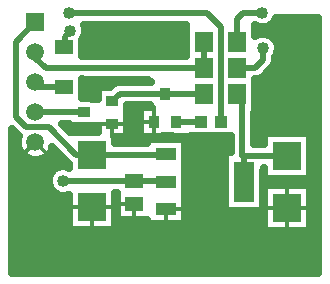
<source format=gbr>
G04 CAM Products 2000  RS274-X Output*
G04 Serial Number: 0000-00-00000*
G04 File Name:Z:\media\yandex\zakaz_moduli_lcd_bt\bluetooth\gerberRS274X\bot.gbr *
%FSLAX34Y34*%
%MOIN*%
%SFA1B1*%

%IPPOS*%
%ADD11C,0.005500*%
%ADD13C,0.019700*%
%ADD14C,0.025000*%
%ADD15C,0.013000*%
%ADD17R,0.094500X0.094500*%
%ADD18R,0.059100X0.051200*%
%ADD19R,0.059100X0.059100*%
%ADD20C,0.059100*%
%ADD21R,0.063000X0.049200*%
%ADD22R,0.068900X0.043300*%
%ADD23R,0.068900X0.137800*%
%ADD24R,0.027600X0.033500*%
%ADD25R,0.033500X0.039400*%
%ADD26R,0.039400X0.033500*%
%ADD27R,0.043300X0.039400*%
%ADD28R,0.063000X0.070900*%
%ADD29R,0.039400X0.043300*%
%ADD30R,0.078700X0.039400*%
%ADD31R,0.039400X0.078700*%
%ADD32C,0.040000*%
%ADD38R,0.047400X0.086800*%
%ADD40R,0.086800X0.047400*%
%ADD42R,0.047400X0.051300*%
%ADD44R,0.071000X0.078900*%
%ADD46R,0.051300X0.047400*%
%ADD48R,0.047400X0.041500*%
%ADD50R,0.041500X0.047400*%
%ADD52R,0.035600X0.041500*%
%ADD54R,0.076900X0.145800*%
%ADD56R,0.076900X0.051300*%
%ADD58R,0.071000X0.057200*%
%ADD60C,0.067100*%
%ADD62R,0.067100X0.067100*%
%ADD64R,0.067100X0.059200*%
%ADD66R,0.102500X0.102500*%
%ADD68C,0.006200*%
%ADD69C,0.007700*%
%ADD70C,0.004600*%
%ADD500C,0.019100*%
%ADD501C,0.035400*%
%LNbot-1*%
%LPD*%
G54D13*
X11633Y11881D02*
Y12637D01*
X11850Y12854*
X12480*
X10420Y9216D02*
X9613D01*
Y9212*
X6082Y12252D02*
X5889Y12058D01*
Y11747*
X5865Y11724*
Y10365D02*
X5082D01*
X4917Y10531*
X9239Y10157D02*
X7731D01*
X7480Y9905*
X9239Y10157D02*
X10535D01*
X6535Y9531D02*
X4917D01*
Y11531D02*
Y11354D01*
X5255Y11015*
X10535*
X10531Y11881D02*
Y11019D01*
X10535Y11015*
X11090Y9216D02*
Y12377D01*
X10621Y12846*
X6039*
X9259Y7224D02*
X9255Y7228D01*
X8208*
X5850Y7239D02*
X5861Y7228D01*
X8208*
X11857Y7224D02*
Y8082D01*
X11814*
Y9980*
X11637Y10157*
X13294Y8086D02*
X11857Y8082D01*
X11637Y11015D02*
X12247D01*
X12507Y11275*
Y11661*
X12700Y12267D02*
X12779D01*
X12696Y10472D02*
X12763Y10460D01*
X12464Y5361D02*
X12436Y5389D01*
X5719Y5756D02*
X5755Y5720D01*
X12082Y4535D02*
X12161Y4519D01*
X12196*
X9259Y8129D02*
X9243Y8113D01*
X6806*
X6283*
X5357Y9039*
X4606*
X4259Y9385*
Y11873*
X4917Y12531*
G54D32*
X12480Y12854D03*
D03*
X6082Y12252D03*
X6039Y12846D03*
X5850Y7239D03*
X12507Y11661D03*
D03*
X12700Y12267D03*
X12696Y10472D03*
X12464Y5361D03*
X5719Y5756D03*
X12082Y4535D03*
G54D14*
X6561Y12440D02*
X9898D01*
X12772D02*
X14312D01*
X6596Y12192D02*
X9898D01*
X12264D02*
X14316D01*
X6499Y11943D02*
X9898D01*
X12936D02*
X14316D01*
X6499Y11694D02*
X9898D01*
X13022D02*
X14316D01*
X6499Y11446D02*
X9898D01*
X12975D02*
X14316D01*
X12917Y11197D02*
X14316D01*
X12757Y10948D02*
X14316D01*
X12503Y10700D02*
X14316D01*
X6499Y10451D02*
X7449D01*
X12268D02*
X14316D01*
X6499Y10202D02*
X6964D01*
X12268D02*
X14316D01*
X12268Y9954D02*
X14316D01*
X7995Y9705D02*
X8753D01*
X12268D02*
X14316D01*
X7995Y9456D02*
X8382D01*
X12229D02*
X14316D01*
X7995Y9208D02*
X8382D01*
X12229D02*
X14316D01*
X6014Y8959D02*
X6964D01*
X7995D02*
X8382D01*
X12229D02*
X14316D01*
X4147Y8710D02*
X4334D01*
X7995D02*
X11398D01*
X12229D02*
X12503D01*
X14085D02*
X14316D01*
X4147Y8461D02*
X4310D01*
X9921D02*
X11398D01*
X14085D02*
X14316D01*
X4147Y8213D02*
X4398D01*
X5436D02*
X5605D01*
X9921D02*
X11398D01*
X14085D02*
X14316D01*
X4147Y7964D02*
X4734D01*
X5096D02*
X5855D01*
X9921D02*
X11195D01*
X14085D02*
X14316D01*
X4147Y7715D02*
X5699D01*
X9921D02*
X11195D01*
X14085D02*
X14316D01*
X4147Y7467D02*
X5386D01*
X9921D02*
X11195D01*
X14085D02*
X14316D01*
X4147Y7218D02*
X5332D01*
X9921D02*
X11195D01*
X12518D02*
X14316D01*
X4147Y6969D02*
X5414D01*
X9921D02*
X11195D01*
X14085D02*
X14316D01*
X4147Y6721D02*
X6015D01*
X9921D02*
X11195D01*
X14085D02*
X14316D01*
X4147Y6472D02*
X6015D01*
X9921D02*
X11195D01*
X14085D02*
X14316D01*
X4147Y6223D02*
X6015D01*
X9921D02*
X12503D01*
X14085D02*
X14316D01*
X4147Y5975D02*
X6015D01*
X9921D02*
X12503D01*
X14085D02*
X14316D01*
X4147Y5726D02*
X6015D01*
X7596D02*
X12503D01*
X14085D02*
X14316D01*
X4147Y5477D02*
X14316D01*
X4147Y5229D02*
X14316D01*
X4147Y4980D02*
X14316D01*
X4147Y4731D02*
X14316D01*
X4147Y4482D02*
X14316D01*
X4147Y4234D02*
X14316D01*
X6473Y10627D02*
Y9994D01*
X6988Y9991*
X6990Y10365*
X7385*
X7455Y10433*
X7556Y10506*
X7679Y10543*
X7731Y10548*
X8782*
X8660Y10624*
X6476*
X6473Y11954D02*
Y11407D01*
X9923Y11406*
Y12457*
X7996Y12455*
X6531*
X6566Y12345*
X6575Y12252*
X6559Y12128*
X6513Y12012*
X6473Y11959*
X12244Y10628D02*
Y9510D01*
X12201*
X12205Y9105*
Y8476*
X12532Y8475*
X12530Y8851*
X14059*
Y7321*
X12530*
Y7692*
X12494Y7580*
Y6242*
X11221*
Y8205*
X11423Y8207*
Y8726*
X10581Y8730*
X10179Y8726*
X9948Y8722*
X9154Y8726*
X9100Y8722*
X8406*
Y9701*
X8780*
X8739Y9766*
X7970*
X7965Y9445*
X7969Y9391*
Y8697*
X7571*
Y8507*
X8623Y8504*
X8622Y8638*
X9896*
X9892Y7620*
X9896Y7358*
X9892Y6715*
X9896Y6602*
Y5809*
X8622*
X8621Y5931*
X7620*
Y6839*
X7571Y6837*
Y5616*
X6041*
Y6786*
X5873Y6747*
X5749Y6757*
X5631Y6798*
X5527Y6867*
X5444Y6960*
X5387Y7071*
X5359Y7192*
X5363Y7317*
X5398Y7437*
X5462Y7544*
X5551Y7631*
X5659Y7693*
X5779Y7727*
X5904Y7729*
X6042Y7690*
X6041Y7805*
X5479Y8365*
X5452Y8288*
X5389Y8181*
X5304Y8089*
X5202Y8017*
X5087Y7968*
X4965Y7945*
X4840Y7948*
X4719Y7977*
X4606Y8031*
X4508Y8108*
X4428Y8204*
X4370Y8314*
X4337Y8435*
X4329Y8559*
X4349Y8682*
X4364Y8731*
X4122Y8969*
X4124Y4160*
X14343Y4164*
X14339Y12689*
X12944Y12687*
X12910Y12614*
X12836Y12514*
X12739Y12435*
X12626Y12383*
X12503Y12362*
X12379Y12371*
X12238Y12427*
X12241Y12071*
X12316Y12115*
X12437Y12148*
X12561Y12150*
X12682Y12121*
X12792Y12062*
X12884Y11978*
X12952Y11873*
X12991Y11754*
X13000Y11661*
X12984Y11537*
X12937Y11421*
X12898Y11368*
Y11275*
X12878Y11152*
X12818Y11039*
X12784Y10998*
X12524Y10739*
X12423Y10666*
X12300Y10628*
X12243Y10624*
X12241Y10368*
X12555Y7118D02*
X14059D01*
Y5589*
X12530*
Y7118*
X12555*
X6069Y8878D02*
X6991D01*
X6990Y9071*
X6045*
Y9137*
X5811Y9138*
X6073Y8876*
X12940Y12690D02*
X12910Y12614D01*
X12836Y12514*
X12739Y12435*
X12626Y12383*
X12503Y12362*
X12379Y12371*
X12238Y12427*
X12239Y12070D02*
X12316Y12115D01*
X12437Y12148*
X12561Y12150*
X12682Y12121*
X12792Y12062*
X12884Y11978*
X12952Y11873*
X12991Y11754*
X13000Y11661*
X12984Y11537*
X12937Y11421*
X12898Y11368*
X12890Y11196*
X12846Y11080*
G54D15*
X8208Y6480D02*
Y5932D01*
X7621Y6480D02*
X8208D01*
X13294Y7118D02*
Y5589D01*
X12530Y6354D02*
X14059D01*
X6806Y6381D02*
Y5617D01*
X6042Y6381D02*
X7571D01*
X9259Y6318D02*
Y5810D01*
Y6318D02*
X9896D01*
X4917Y8531D02*
X5332Y8115D01*
X4917Y8531D02*
X4501Y8115D01*
X8865Y9701D02*
Y8723D01*
X8406Y9212D02*
X8865D01*
X7480Y9157D02*
Y8697D01*
X6991Y9157D02*
X7968D01*
G54D17*
X6806Y6381D03*
Y8113D03*
X13294Y6354D03*
Y8086D03*
G54D18*
X8208Y6480D03*
Y7228D03*
G54D19*
X4917Y12531D03*
G54D20*
X4917Y11531D03*
Y10531D03*
Y9531D03*
Y8531D03*
G54D21*
X5865Y10365D03*
Y11724D03*
G54D22*
X9259Y6318D03*
Y7224D03*
Y8129D03*
G54D23*
X11857Y7224D03*
G54D25*
X9613Y9212D03*
X8865D03*
X9239Y10157D03*
G54D26*
X7480Y9905D03*
Y9157D03*
X6535Y9531D03*
G54D28*
X11633Y11881D03*
X10531D03*
X11637Y11015D03*
X10535D03*
X11637Y10157D03*
X10535D03*
G54D27*
X11090Y9216D03*
X10420D03*
M02*
</source>
